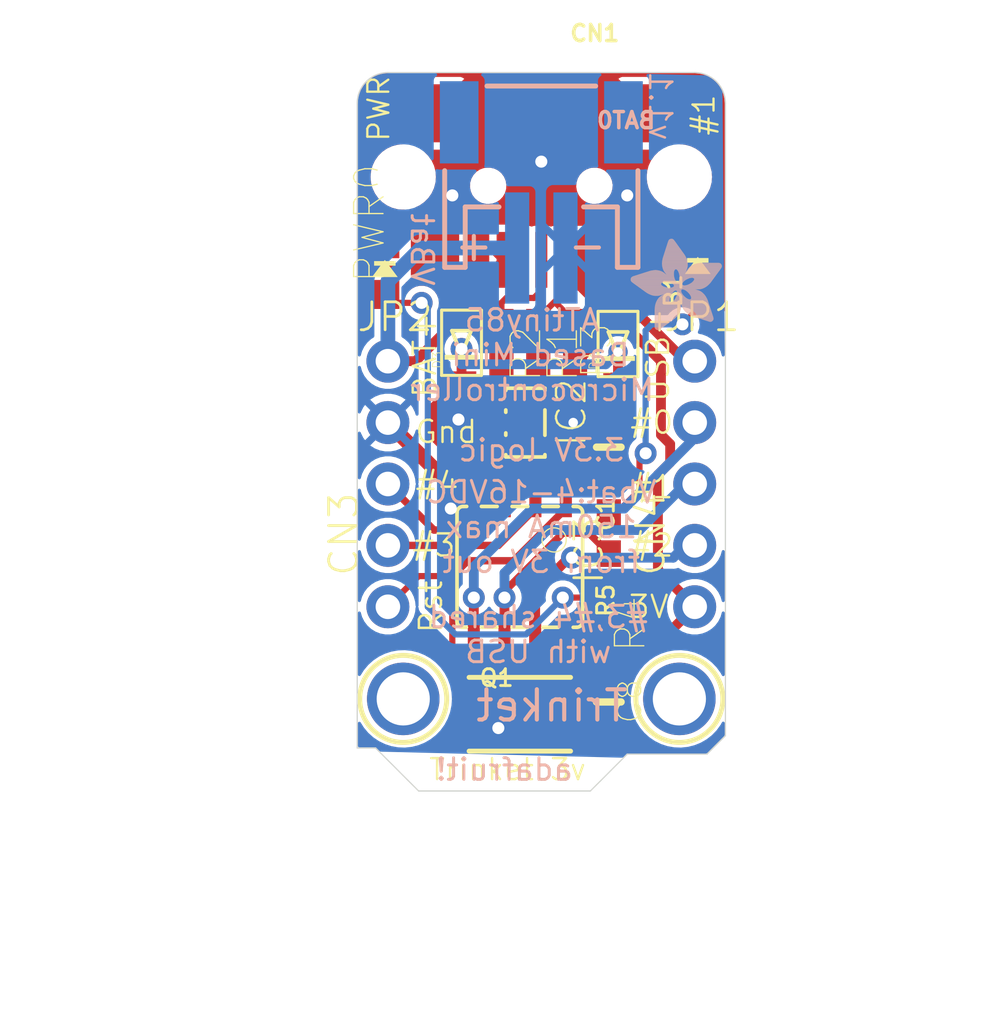
<source format=kicad_pcb>
(kicad_pcb (version 20221018) (generator pcbnew)
  (layers (0 "F.Cu" signal) (1 "In1.Cu" signal) (2 "In2.Cu" signal) (3 "In3.Cu" signal) (4 "In4.Cu" signal) (5 "In5.Cu" signal) (6 "In6.Cu" signal) (7 "In7.Cu" signal) (8 "In8.Cu" signal) (9 "In9.Cu" signal) (10 "In10.Cu" signal) (11 "In11.Cu" signal) (12 "In12.Cu" signal) (13 "In13.Cu" signal) (14 "In14.Cu" signal) (31 "B.Cu" signal) (34 "B.Paste" user) (35 "F.Paste" user) (36 "B.SilkS" user "B.Silkscreen") (37 "F.SilkS" user "F.Silkscreen") (38 "B.Mask" user) (39 "F.Mask" user) (44 "Edge.Cuts" user))
  (net 0 "")
  (net 1 "GND")
  (net 2 "+3V3")
  (net 3 "D+")
  (net 4 "D-")
  (net 5 "VBUS")
  (net 6 "B0")
  (net 7 "B2")
  (net 8 "B1")
  (net 9 "N$6")
  (net 10 "VBAT")
  (net 11 "N$7")
  (net 12 "RESET")
  (net 13 "B3")
  (net 14 "B4")
  (net 15 "N$1")
  (footprint "working:SOD-123FL" (layer "F.Cu") (at 145.1991 101.3206 90)
    (fp_text reference "D3" (at -1.1 -1 90) (layer "F.SilkS") (effects (font (size 0.376489 0.376489) (thickness 0.029911)) (justify left)))
    (fp_text value "SCHOTTKY")
    (pad "A" smd rect (at 1.6375 0 90) (size 0.91 1.22) (layers "F.Cu" "F.Paste" "F.Mask") (net 10 "VBAT"))
    (pad "C" smd rect (at -1.6375 0 90) (size 0.91 1.22) (layers "F.Cu" "F.Paste" "F.Mask") (net 11 "N$7"))
  )
  (footprint "working:BTN_KMR2_4.6X2.8" (layer "F.Cu") (at 147.6121 116.6876)
    (fp_text reference "Q1" (at -1.732 -1.503) (layer "F.SilkS") (effects (font (size 0.692831 0.692831) (thickness 0.119969)) (justify left)))
    (fp_text value "reset")
    (pad "A" smd rect (at 2.05 -0.8) (size 0.9 1) (layers "F.Cu" "F.Paste" "F.Mask") (net 12 "RESET"))
    (pad "A'" smd rect (at -2.05 -0.8) (size 0.9 1) (layers "F.Cu" "F.Paste" "F.Mask") (net 12 "RESET"))
    (pad "B" smd rect (at 2.05 0.8) (size 0.9 1) (layers "F.Cu" "F.Paste" "F.Mask") (net 1 "GND"))
    (pad "B'" smd rect (at -2.05 0.8) (size 0.9 1) (layers "F.Cu" "F.Paste" "F.Mask") (net 1 "GND"))
  )
  (footprint "working:SOIC8" (layer "F.Cu") (at 147.6121 110.5916 180)
    (fp_text reference "IC3" (at -2.8575 2.159 90) (layer "F.SilkS") (effects (font (size 1.1557 1.1557) (thickness 0.1143)) (justify right)))
    (fp_text value "ATTINY85-20S")
    (pad "1" smd rect (at -1.905 3.154 180) (size 0.5 2.2) (layers "F.Cu" "F.Paste" "F.Mask") (net 12 "RESET"))
    (pad "2" smd rect (at -0.645 3.154 180) (size 0.5 2.2) (layers "F.Cu" "F.Paste" "F.Mask") (net 13 "B3"))
    (pad "3" smd rect (at 0.625 3.154 180) (size 0.5 2.2) (layers "F.Cu" "F.Paste" "F.Mask") (net 14 "B4"))
    (pad "4" smd rect (at 1.895 3.154 180) (size 0.5 2.2) (layers "F.Cu" "F.Paste" "F.Mask") (net 1 "GND"))
    (pad "5" smd rect (at 1.905 -3.154 180) (size 0.5 2.2) (layers "F.Cu" "F.Paste" "F.Mask") (net 6 "B0"))
    (pad "6" smd rect (at 0.635 -3.154 180) (size 0.5 2.2) (layers "F.Cu" "F.Paste" "F.Mask") (net 8 "B1"))
    (pad "7" smd rect (at -0.635 -3.154 180) (size 0.5 2.2) (layers "F.Cu" "F.Paste" "F.Mask") (net 7 "B2"))
    (pad "8" smd rect (at -1.905 -3.154 180) (size 0.5 2.2) (layers "F.Cu" "F.Paste" "F.Mask") (net 2 "+3V3"))
  )
  (footprint "working:FIDUCIAL_1MM" (layer "F.Cu") (at 148.5011 91.1606)
    (fp_text reference "U$1" hide)
    (fp_text value "FIDUCIAL" hide)
    (pad "1" smd roundrect (at 0 0) (size 1 1) (layers "F.Cu") (roundrect_rratio 0.5))
    (zone (net 0) (net_name "") (layer "F.Cu") (connect_pads (clearance 0)) (min_thickness 0.25)
      (keepout (tracks not_allowed) (vias not_allowed) (pads not_allowed) (copperpour not_allowed) (footprints allowed))
      (fill (thermal_gap 0.5) (thermal_bridge_width 0.5))
      (polygon (pts (xy 147.5011 91.1606) (xy 147.520315 91.35569) (xy 147.57722 91.543283) (xy 147.66963 91.71617) (xy 147.793993 91.867707) (xy 147.94553 91.99207) (xy 148.118417 92.08448) (xy 148.5011 92.1606) (xy 148.69619 92.141385) (xy 148.883783 92.08448) (xy 149.05667 91.99207) (xy 149.208207 91.867707) (xy 149.33257 91.71617) (xy 149.42498 91.543283) (xy 149.5011 91.1606) (xy 149.481885 90.96551) (xy 149.42498 90.777917) (xy 149.33257 90.60503) (xy 149.208207 90.453493) (xy 149.05667 90.32913) (xy 148.883783 90.23672) (xy 148.5011 90.1606) (xy 148.30601 90.179815) (xy 148.118417 90.23672) (xy 147.94553 90.32913) (xy 147.793993 90.453493) (xy 147.66963 90.60503) (xy 147.57722 90.777917)))
    )
  )
  (footprint "working:CHIPLED_0805_NOOUTLINE" (layer "F.Cu") (at 142.0241 98.2726)
    (fp_text reference "PWR0" (at -0.635 0.635 90) (layer "F.SilkS") (effects (font (size 1.21668 1.21668) (thickness 0.05332)) (justify left)))
    (fp_text value "green")
    (pad "A" smd rect (at 0 1.05) (size 1.2 1.2) (layers "F.Cu" "F.Paste" "F.Mask") (net 9 "N$6"))
    (pad "C" smd rect (at 0 -1.05) (size 1.2 1.2) (layers "F.Cu" "F.Paste" "F.Mask") (net 1 "GND"))
  )
  (footprint "working:0603-NO" (layer "F.Cu") (at 146.8501 101.3206 -90)
    (fp_text reference "R2" (at -0.762 -1.016 90) (layer "F.SilkS") (effects (font (size 1.21668 1.21668) (thickness 0.05332)) (justify right)))
    (fp_text value "68 (0603)")
    (pad "1" smd rect (at -0.85 0 270) (size 1.1 1) (layers "F.Cu" "F.Paste" "F.Mask") (net 3 "D+"))
    (pad "2" smd rect (at 0.85 0 270) (size 1.1 1) (layers "F.Cu" "F.Paste" "F.Mask") (net 14 "B4"))
  )
  (footprint "working:0603-NO" (layer "F.Cu") (at 151.2951 109.1946 -90)
    (fp_text reference "R5" (at 2.032 0.127 90) (layer "F.SilkS") (effects (font (size 0.692831 0.692831) (thickness 0.119969)) (justify right)))
    (fp_text value "470 (0603)")
    (pad "1" smd rect (at -0.85 0 270) (size 1.1 1) (layers "F.Cu" "F.Paste" "F.Mask") (net 15 "N$1"))
    (pad "2" smd rect (at 0.85 0 270) (size 1.1 1) (layers "F.Cu" "F.Paste" "F.Mask") (net 8 "B1"))
  )
  (footprint "working:0603-NO" (layer "F.Cu") (at 149.8981 101.3206 -90)
    (fp_text reference "R3" (at -0.889 -0.889 90) (layer "F.SilkS") (effects (font (size 1.21668 1.21668) (thickness 0.05332)) (justify right)))
    (fp_text value "1.5K (0603)")
    (pad "1" smd rect (at -0.85 0 270) (size 1.1 1) (layers "F.Cu" "F.Paste" "F.Mask") (net 4 "D-"))
    (pad "2" smd rect (at 0.85 0 270) (size 1.1 1) (layers "F.Cu" "F.Paste" "F.Mask") (net 2 "+3V3"))
  )
  (footprint "working:1X04-CLEANBIG" (layer "F.Cu") (at 154.8511 108.4326 90)
    (fp_text reference "CN4" (at -2.6162 -1.8288 90) (layer "F.SilkS") (effects (font (size 1.1557 1.1557) (thickness 0.1143)) (justify left)))
    (fp_text value "1X4-CLEANBIG" hide)
    (pad "1" thru_hole circle (at -3.81 0 180) (size 1.778 1.778) (drill 1.016) (layers "*.Cu" "*.Mask") (net 2 "+3V3"))
    (pad "2" thru_hole circle (at -1.27 0 180) (size 1.778 1.778) (drill 1.016) (layers "*.Cu" "*.Mask") (net 7 "B2"))
    (pad "3" thru_hole circle (at 1.27 0 180) (size 1.778 1.778) (drill 1.016) (layers "*.Cu" "*.Mask") (net 8 "B1"))
    (pad "4" thru_hole circle (at 3.81 0 180) (size 1.778 1.778) (drill 1.016) (layers "*.Cu" "*.Mask") (net 6 "B0"))
  )
  (footprint "working:MOUNTINGHOLE_2.0_PLATED" (layer "F.Cu") (at 154.2161 116.0526)
    (fp_text reference "U$9" hide)
    (fp_text value "MOUNTINGHOLE2.0" hide)
    (pad "P$1" thru_hole circle (at 0 0) (size 3 3) (drill 2.2) (layers "*.Cu" "*.Mask"))
    (zone (net 0) (net_name "") (layer "F.Cu") (connect_pads (clearance 0)) (min_thickness 0.25)
      (keepout (tracks not_allowed) (vias not_allowed) (pads not_allowed) (copperpour not_allowed) (footprints allowed))
      (fill (thermal_gap 0.5) (thermal_bridge_width 0.5))
      (polygon (pts (xy 156.2321 116.0526) (xy 156.21248 115.772027) (xy 156.154004 115.496915) (xy 156.057808 115.232619) (xy 155.925765 114.984283) (xy 155.760446 114.75674) (xy 155.565067 114.55442) (xy 155.343433 114.38126) (xy 155.099856 114.240631) (xy 154.839078 114.13527) (xy 154.566175 114.067228) (xy 154.286457 114.037828) (xy 154.005371 114.047644) (xy 153.728385 114.096484) (xy 153.460893 114.183397) (xy 153.2081 114.306693) (xy 152.974926 114.46397) (xy 152.765911 114.652169) (xy 152.585122 114.867625) (xy 152.436078 115.106145) (xy 152.32168 115.363087) (xy 152.244154 115.63345) (xy 152.205011 115.911971) (xy 152.205011 116.193229) (xy 152.244154 116.47175) (xy 152.32168 116.742113) (xy 152.436078 116.999055) (xy 152.585122 117.237575) (xy 152.765911 117.453031) (xy 152.974926 117.64123) (xy 153.2081 117.798507) (xy 153.460893 117.921803) (xy 153.728385 118.008716) (xy 154.005371 118.057556) (xy 154.286457 118.067372) (xy 154.566175 118.037972) (xy 154.839078 117.96993) (xy 155.099856 117.864569) (xy 155.343433 117.72394) (xy 155.565067 117.55078) (xy 155.760446 117.34846) (xy 155.925765 117.120917) (xy 156.057808 116.872581) (xy 156.154004 116.608285) (xy 156.21248 116.333173)))
      (polygon (pts (xy 154.2001 116.0526) (xy 154.204786 116.063914) (xy 154.2161 116.0686) (xy 154.227414 116.063914) (xy 154.2321 116.0526) (xy 154.227414 116.041286) (xy 154.2161 116.0366) (xy 154.204786 116.041286)))
    )
    (zone (net 0) (net_name "") (layer "B.Cu") (connect_pads (clearance 0)) (min_thickness 0.25)
      (keepout (tracks not_allowed) (vias not_allowed) (pads not_allowed) (copperpour not_allowed) (footprints allowed))
      (fill (thermal_gap 0.5) (thermal_bridge_width 0.5))
      (polygon (pts (xy 156.2321 116.0526) (xy 156.21248 115.772027) (xy 156.154004 115.496915) (xy 156.057808 115.232619) (xy 155.925765 114.984283) (xy 155.760446 114.75674) (xy 155.565067 114.55442) (xy 155.343433 114.38126) (xy 155.099856 114.240631) (xy 154.839078 114.13527) (xy 154.566175 114.067228) (xy 154.286457 114.037828) (xy 154.005371 114.047644) (xy 153.728385 114.096484) (xy 153.460893 114.183397) (xy 153.2081 114.306693) (xy 152.974926 114.46397) (xy 152.765911 114.652169) (xy 152.585122 114.867625) (xy 152.436078 115.106145) (xy 152.32168 115.363087) (xy 152.244154 115.63345) (xy 152.205011 115.911971) (xy 152.205011 116.193229) (xy 152.244154 116.47175) (xy 152.32168 116.742113) (xy 152.436078 116.999055) (xy 152.585122 117.237575) (xy 152.765911 117.453031) (xy 152.974926 117.64123) (xy 153.2081 117.798507) (xy 153.460893 117.921803) (xy 153.728385 118.008716) (xy 154.005371 118.057556) (xy 154.286457 118.067372) (xy 154.566175 118.037972) (xy 154.839078 117.96993) (xy 155.099856 117.864569) (xy 155.343433 117.72394) (xy 155.565067 117.55078) (xy 155.760446 117.34846) (xy 155.925765 117.120917) (xy 156.057808 116.872581) (xy 156.154004 116.608285) (xy 156.21248 116.333173)))
      (polygon (pts (xy 154.2001 116.0526) (xy 154.204786 116.063914) (xy 154.2161 116.0686) (xy 154.227414 116.063914) (xy 154.2321 116.0526) (xy 154.227414 116.041286) (xy 154.2161 116.0366) (xy 154.204786 116.041286)))
    )
  )
  (footprint "working:0603-NO" (layer "F.Cu") (at 148.3741 101.3206 -90)
    (fp_text reference "R1" (at -0.762 -1.016 90) (layer "F.SilkS") (effects (font (size 1.21668 1.21668) (thickness 0.05332)) (justify right)))
    (fp_text value "68 (0603)")
    (pad "1" smd rect (at -0.85 0 270) (size 1.1 1) (layers "F.Cu" "F.Paste" "F.Mask") (net 4 "D-"))
    (pad "2" smd rect (at 0.85 0 270) (size 1.1 1) (layers "F.Cu" "F.Paste" "F.Mask") (net 13 "B3"))
  )
  (footprint "working:CHIPLED_0805_NOOUTLINE" (layer "F.Cu") (at 154.9781 98.1456)
    (fp_text reference "B1" (at -1.016 1.778 90) (layer "F.SilkS") (effects (font (size 0.692831 0.692831) (thickness 0.119969)) (justify left)))
    (fp_text value "red")
    (pad "A" smd rect (at 0 1.05) (size 1.2 1.2) (layers "F.Cu" "F.Paste" "F.Mask") (net 15 "N$1"))
    (pad "C" smd rect (at 0 -1.05) (size 1.2 1.2) (layers "F.Cu" "F.Paste" "F.Mask") (net 1 "GND"))
  )
  (footprint "working:0805-NO" (layer "F.Cu") (at 151.2951 105.6386 -90)
    (fp_text reference "C1" (at 2.032 0.127 90) (layer "F.SilkS") (effects (font (size 0.692831 0.692831) (thickness 0.119969)) (justify right)))
    (fp_text value "10uF")
    (pad "1" smd rect (at -0.95 0 270) (size 1.3 1.5) (layers "F.Cu" "F.Paste" "F.Mask") (net 11 "N$7"))
    (pad "2" smd rect (at 0.95 0 270) (size 1.3 1.5) (layers "F.Cu" "F.Paste" "F.Mask") (net 1 "GND"))
  )
  (footprint "working:1X01-CLEANBIG" (layer "F.Cu") (at 142.1511 102.0826)
    (fp_text reference "JP2" (at -1.3462 -1.8288) (layer "F.SilkS") (effects (font (size 1.1557 1.1557) (thickness 0.1143)) (justify left)))
    (fp_text value "")
    (pad "1" thru_hole circle (at 0 0) (size 1.778 1.778) (drill 1.016) (layers "*.Cu" "*.Mask") (net 10 "VBAT"))
  )
  (footprint "working:USB-MINIB" (layer "F.Cu") (at 148.5011 93.8276 180)
    (fp_text reference "CN1" (at -3.31 5.699 180) (layer "F.SilkS") (effects (font (size 0.666496 0.666496) (thickness 0.146304)) (justify right top)))
    (fp_text value "")
    (pad "" np_thru_hole circle (at -2.2 -1 180) (size 1 1) (drill 1) (layers "*.Cu" "*.Mask"))
    (pad "" np_thru_hole circle (at 2.2 -1 180) (size 1 1) (drill 1) (layers "*.Cu" "*.Mask"))
    (pad "D+" smd rect (at 0 -4.064) (size 0.5 2.308) (layers "F.Cu" "F.Paste" "F.Mask") (net 3 "D+"))
    (pad "D-" smd rect (at -0.8 -4.064) (size 0.5 2.308) (layers "F.Cu" "F.Paste" "F.Mask") (net 4 "D-"))
    (pad "GND" smd rect (at 1.6 -4.064) (size 0.5 2.308) (layers "F.Cu" "F.Paste" "F.Mask") (net 1 "GND"))
    (pad "GND1" smd rect (at -4.4 2 180) (size 2 2.4) (layers "F.Cu" "F.Paste" "F.Mask") (net 1 "GND"))
    (pad "GND2" smd rect (at -4.4 -3.5 180) (size 2 2.4) (layers "F.Cu" "F.Paste" "F.Mask") (net 1 "GND"))
    (pad "GND3" smd rect (at 4.4 -3.5 180) (size 2 2.4) (layers "F.Cu" "F.Paste" "F.Mask") (net 1 "GND"))
    (pad "GND4" smd rect (at 4.4 2 180) (size 2 2.4) (layers "F.Cu" "F.Paste" "F.Mask") (net 1 "GND"))
    (pad "ID" smd rect (at 0.8 -4.064) (size 0.5 2.308) (layers "F.Cu" "F.Paste" "F.Mask"))
    (pad "VBUS" smd rect (at -1.6 -4.064) (size 0.5 2.308) (layers "F.Cu" "F.Paste" "F.Mask") (net 5 "VBUS"))
  )
  (footprint "" (layer "F.Cu") (at 142.7861 94.4626)
    (fp_text reference "@HOLE0" hide)
    (fp_text value "" (at 0 0) (layer "F.SilkS") (effects (font (size 1.27 1.27))))
    (pad "" np_thru_hole circle (at 0 0) (size 2.2 2.2) (drill 2.2) (layers "*.Cu" "*.Mask"))
  )
  (footprint "working:SOT23-5L" (layer "F.Cu") (at 147.8407 104.6226 -90)
    (fp_text reference "IC2" (at -1.905 -1.905 90) (layer "F.SilkS") (effects (font (size 1.176528 1.176528) (thickness 0.093472)) (justify right)))
    (fp_text value "MIC5225-3.3v")
    (pad "1" smd rect (at -0.95 1.3 270) (size 0.55 1.2) (layers "F.Cu" "F.Paste" "F.Mask") (net 11 "N$7"))
    (pad "2" smd rect (at 0 1.3 270) (size 0.55 1.2) (layers "F.Cu" "F.Paste" "F.Mask") (net 1 "GND"))
    (pad "3" smd rect (at 0.95 1.3 270) (size 0.55 1.2) (layers "F.Cu" "F.Paste" "F.Mask") (net 11 "N$7"))
    (pad "4" smd rect (at 0.95 -1.3 270) (size 0.55 1.2) (layers "F.Cu" "F.Paste" "F.Mask"))
    (pad "5" smd rect (at -0.95 -1.3 270) (size 0.55 1.2) (layers "F.Cu" "F.Paste" "F.Mask") (net 2 "+3V3"))
  )
  (footprint "working:1X04-CLEANBIG" (layer "F.Cu") (at 142.1511 108.4326 90)
    (fp_text reference "CN3" (at -2.6162 -1.8288 90) (layer "F.SilkS") (effects (font (size 1.1557 1.1557) (thickness 0.1143)) (justify left)))
    (fp_text value "1X4-CLEANBIG" hide)
    (pad "1" thru_hole circle (at -3.81 0 180) (size 1.778 1.778) (drill 1.016) (layers "*.Cu" "*.Mask") (net 12 "RESET"))
    (pad "2" thru_hole circle (at -1.27 0 180) (size 1.778 1.778) (drill 1.016) (layers "*.Cu" "*.Mask") (net 13 "B3"))
    (pad "3" thru_hole circle (at 1.27 0 180) (size 1.778 1.778) (drill 1.016) (layers "*.Cu" "*.Mask") (net 14 "B4"))
    (pad "4" thru_hole circle (at 3.81 0 180) (size 1.778 1.778) (drill 1.016) (layers "*.Cu" "*.Mask") (net 1 "GND"))
  )
  (footprint "working:MOUNTINGHOLE_2.0_PLATED" (layer "F.Cu") (at 142.7861 116.0526)
    (fp_text reference "U$8" hide)
    (fp_text value "MOUNTINGHOLE2.0" hide)
    (pad "P$1" thru_hole circle (at 0 0) (size 3 3) (drill 2.2) (layers "*.Cu" "*.Mask"))
    (zone (net 0) (net_name "") (layer "F.Cu") (connect_pads (clearance 0)) (min_thickness 0.25)
      (keepout (tracks not_allowed) (vias not_allowed) (pads not_allowed) (copperpour not_allowed) (footprints allowed))
      (fill (thermal_gap 0.5) (thermal_bridge_width 0.5))
      (polygon (pts (xy 144.8021 116.0526) (xy 144.78248 115.772027) (xy 144.724004 115.496915) (xy 144.627808 115.232619) (xy 144.495765 114.984283) (xy 144.330446 114.75674) (xy 144.135067 114.55442) (xy 143.913433 114.38126) (xy 143.669856 114.240631) (xy 143.409078 114.13527) (xy 143.136175 114.067228) (xy 142.856457 114.037828) (xy 142.575371 114.047644) (xy 142.298385 114.096484) (xy 142.030893 114.183397) (xy 141.7781 114.306693) (xy 141.544926 114.46397) (xy 141.335911 114.652169) (xy 141.155122 114.867625) (xy 141.006078 115.106145) (xy 140.89168 115.363087) (xy 140.814154 115.63345) (xy 140.775011 115.911971) (xy 140.775011 116.193229) (xy 140.814154 116.47175) (xy 140.89168 116.742113) (xy 141.006078 116.999055) (xy 141.155122 117.237575) (xy 141.335911 117.453031) (xy 141.544926 117.64123) (xy 141.7781 117.798507) (xy 142.030893 117.921803) (xy 142.298385 118.008716) (xy 142.575371 118.057556) (xy 142.856457 118.067372) (xy 143.136175 118.037972) (xy 143.409078 117.96993) (xy 143.669856 117.864569) (xy 143.913433 117.72394) (xy 144.135067 117.55078) (xy 144.330446 117.34846) (xy 144.495765 117.120917) (xy 144.627808 116.872581) (xy 144.724004 116.608285) (xy 144.78248 116.333173)))
      (polygon (pts (xy 142.7701 116.0526) (xy 142.774786 116.063914) (xy 142.7861 116.0686) (xy 142.797414 116.063914) (xy 142.8021 116.0526) (xy 142.797414 116.041286) (xy 142.7861 116.0366) (xy 142.774786 116.041286)))
    )
    (zone (net 0) (net_name "") (layer "B.Cu") (connect_pads (clearance 0)) (min_thickness 0.25)
      (keepout (tracks not_allowed) (vias not_allowed) (pads not_allowed) (copperpour not_allowed) (footprints allowed))
      (fill (thermal_gap 0.5) (thermal_bridge_width 0.5))
      (polygon (pts (xy 144.8021 116.0526) (xy 144.78248 115.772027) (xy 144.724004 115.496915) (xy 144.627808 115.232619) (xy 144.495765 114.984283) (xy 144.330446 114.75674) (xy 144.135067 114.55442) (xy 143.913433 114.38126) (xy 143.669856 114.240631) (xy 143.409078 114.13527) (xy 143.136175 114.067228) (xy 142.856457 114.037828) (xy 142.575371 114.047644) (xy 142.298385 114.096484) (xy 142.030893 114.183397) (xy 141.7781 114.306693) (xy 141.544926 114.46397) (xy 141.335911 114.652169) (xy 141.155122 114.867625) (xy 141.006078 115.106145) (xy 140.89168 115.363087) (xy 140.814154 115.63345) (xy 140.775011 115.911971) (xy 140.775011 116.193229) (xy 140.814154 116.47175) (xy 140.89168 116.742113) (xy 141.006078 116.999055) (xy 141.155122 117.237575) (xy 141.335911 117.453031) (xy 141.544926 117.64123) (xy 141.7781 117.798507) (xy 142.030893 117.921803) (xy 142.298385 118.008716) (xy 142.575371 118.057556) (xy 142.856457 118.067372) (xy 143.136175 118.037972) (xy 143.409078 117.96993) (xy 143.669856 117.864569) (xy 143.913433 117.72394) (xy 144.135067 117.55078) (xy 144.330446 117.34846) (xy 144.495765 117.120917) (xy 144.627808 116.872581) (xy 144.724004 116.608285) (xy 144.78248 116.333173)))
      (polygon (pts (xy 142.7701 116.0526) (xy 142.774786 116.063914) (xy 142.7861 116.0686) (xy 142.797414 116.063914) (xy 142.8021 116.0526) (xy 142.797414 116.041286) (xy 142.7861 116.0366) (xy 142.774786 116.041286)))
    )
  )
  (footprint "working:FIDUCIAL_1MM" (layer "F.Cu") (at 148.0566 116.4336)
    (fp_text reference "U$6" hide)
    (fp_text value "FIDUCIAL" hide)
    (pad "1" smd roundrect (at 0 0) (size 1 1) (layers "F.Cu") (roundrect_rratio 0.5))
    (zone (net 0) (net_name "") (layer "F.Cu") (connect_pads (clearance 0)) (min_thickness 0.25)
      (keepout (tracks not_allowed) (vias not_allowed) (pads not_allowed) (copperpour not_allowed) (footprints allowed))
      (fill (thermal_gap 0.5) (thermal_bridge_width 0.5))
      (polygon (pts (xy 147.0566 116.4336) (xy 147.075815 116.62869) (xy 147.13272 116.816283) (xy 147.22513 116.98917) (xy 147.349493 117.140707) (xy 147.50103 117.26507) (xy 147.673917 117.35748) (xy 148.0566 117.4336) (xy 148.25169 117.414385) (xy 148.439283 117.35748) (xy 148.61217 117.26507) (xy 148.763707 117.140707) (xy 148.88807 116.98917) (xy 148.98048 116.816283) (xy 149.0566 116.4336) (xy 149.037385 116.23851) (xy 148.98048 116.050917) (xy 148.88807 115.87803) (xy 148.763707 115.726493) (xy 148.61217 115.60213) (xy 148.439283 115.50972) (xy 148.0566 115.4336) (xy 147.86151 115.452815) (xy 147.673917 115.50972) (xy 147.50103 115.60213) (xy 147.349493 115.726493) (xy 147.22513 115.87803) (xy 147.13272 116.050917)))
    )
  )
  (footprint "" (layer "F.Cu") (at 154.2161 94.4626)
    (fp_text reference "@HOLE1" hide)
    (fp_text value "" (at 0 0) (layer "F.SilkS") (effects (font (size 1.27 1.27))))
    (pad "" np_thru_hole circle (at 0 0) (size 2.2 2.2) (drill 2.2) (layers "*.Cu" "*.Mask"))
  )
  (footprint "working:0805-NO" (layer "F.Cu") (at 151.2951 116.1796 -90)
    (fp_text reference "C8" (at -1 -0.875 90) (layer "F.SilkS") (effects (font (size 0.96268 0.96268) (thickness 0.05332)) (justify right)))
    (fp_text value "10uF")
    (pad "1" smd rect (at -0.95 0 270) (size 1.3 1.5) (layers "F.Cu" "F.Paste" "F.Mask") (net 2 "+3V3"))
    (pad "2" smd rect (at 0.95 0 270) (size 1.3 1.5) (layers "F.Cu" "F.Paste" "F.Mask") (net 1 "GND"))
  )
  (footprint "working:1X01-CLEANBIG" (layer "F.Cu") (at 154.8511 102.0826)
    (fp_text reference "JP1" (at -1.3462 -1.8288) (layer "F.SilkS") (effects (font (size 1.1557 1.1557) (thickness 0.1143)) (justify left)))
    (fp_text value "")
    (pad "1" thru_hole circle (at 0 0) (size 1.778 1.778) (drill 1.016) (layers "*.Cu" "*.Mask") (net 5 "VBUS"))
  )
  (footprint "working:SOD-123FL" (layer "F.Cu") (at 151.6761 101.3714 90)
    (fp_text reference "D2" (at -1.1 -1 90) (layer "F.SilkS") (effects (font (size 0.376489 0.376489) (thickness 0.029911)) (justify left)))
    (fp_text value "SCHOTTKY")
    (pad "A" smd rect (at 1.6375 0 90) (size 0.91 1.22) (layers "F.Cu" "F.Paste" "F.Mask") (net 5 "VBUS"))
    (pad "C" smd rect (at -1.6375 0 90) (size 0.91 1.22) (layers "F.Cu" "F.Paste" "F.Mask") (net 11 "N$7"))
  )
  (footprint "working:0603-NO" (layer "F.Cu") (at 151.2951 112.6236 -90)
    (fp_text reference "R4" (at -0.889 -0.889 90) (layer "F.SilkS") (effects (font (size 1.21668 1.21668) (thickness 0.05332)) (justify right)))
    (fp_text value "470 (0603)")
    (pad "1" smd rect (at -0.85 0 270) (size 1.1 1) (layers "F.Cu" "F.Paste" "F.Mask") (net 9 "N$6"))
    (pad "2" smd rect (at 0.85 0 270) (size 1.1 1) (layers "F.Cu" "F.Paste" "F.Mask") (net 2 "+3V3"))
  )
  (footprint "working:ADAFRUIT_3.5MM" (layer "B.Cu") (at 155.9941 100.8126 180)
    (fp_text reference "U$5" hide)
    (fp_text value "" hide)
  )
  (footprint "working:JSTPH2" (layer "B.Cu") (at 148.5011 93.7006 180)
    (fp_text reference "BAT0" (at -2.2225 1.9685) (layer "B.SilkS") (effects (font (size 0.666496 0.666496) (thickness 0.146304)) (justify right top mirror)))
    (fp_text value "")
    (pad "1" smd rect (at -1 -3.7 180) (size 1 4.6) (layers "B.Cu" "B.Paste" "B.Mask") (net 1 "GND"))
    (pad "2" smd rect (at 1 -3.7 180) (size 1 4.6) (layers "B.Cu" "B.Paste" "B.Mask") (net 10 "VBAT"))
    (pad "NC1" smd rect (at -3.4 1.5 90) (size 3.4 1.6) (layers "B.Cu" "B.Paste" "B.Mask"))
    (pad "NC2" smd rect (at 3.4 1.5 90) (size 3.4 1.6) (layers "B.Cu" "B.Paste" "B.Mask"))
  )
  (gr_line (start 155.3591 118.3386) (end 152.0571 118.3386) (stroke (width 0.05)) (layer "Edge.Cuts"))
  (gr_line (start 142.1511 90.1446) (end 154.8511 90.1446) (stroke (width 0.05)) (layer "Edge.Cuts"))
  (gr_line (start 150.5331 119.8626) (end 143.4211 119.8626) (stroke (width 0.05)) (layer "Edge.Cuts"))
  (gr_line (start 143.4211 119.8626) (end 141.6431 118.0846) (stroke (width 0.05)) (layer "Edge.Cuts"))
  (gr_arc (start 140.8811 91.4146) (mid 141.253074 90.516574) (end 142.1511 90.1446) (stroke (width 0.05)) (layer "Edge.Cuts"))
  (gr_line (start 156.1211 91.4146) (end 156.1211 117.5766) (stroke (width 0.05)) (layer "Edge.Cuts"))
  (gr_line (start 152.0571 118.3386) (end 150.5331 119.8626) (stroke (width 0.05)) (layer "Edge.Cuts"))
  (gr_line (start 140.8811 118.0846) (end 140.8811 91.4146) (stroke (width 0.05)) (layer "Edge.Cuts"))
  (gr_line (start 141.6431 118.0846) (end 140.8811 118.0846) (stroke (width 0.05)) (layer "Edge.Cuts"))
  (gr_line (start 156.1211 117.5766) (end 155.3591 118.3386) (stroke (width 0.05)) (layer "Edge.Cuts"))
  (gr_arc (start 154.8511 90.1446) (mid 155.749126 90.516574) (end 156.1211 91.4146) (stroke (width 0.05)) (layer "Edge.Cuts"))
  (gr_text "-" (at 151.2951 98.0186) (layer "B.SilkS") (effects (font (size 1.251712 1.251712) (thickness 0.170688)) (justify left bottom mirror)))
  (gr_text "+" (at 146.5961 98.0186) (layer "B.SilkS") (effects (font (size 1.251712 1.251712) (thickness 0.170688)) (justify left bottom mirror)))
  (gr_text "ATtiny85\nBased Mini \nMicrocontroller" (at 148.1201 101.8286) (layer "B.SilkS") (effects (font (size 0.89408 0.89408) (thickness 0.12192)) (justify mirror)))
  (gr_text "#3,#4 shared\nwith USB" (at 148.3741 113.3856) (layer "B.SilkS") (effects (font (size 0.89408 0.89408) (thickness 0.12192)) (justify mirror)))
  (gr_text "v1.1" (at 153.9621 90.0176 -90) (layer "B.SilkS") (effects (font (size 0.9144 0.9144) (thickness 0.1016)) (justify right top mirror)))
  (gr_text "3.3V logic" (at 148.5011 105.7656) (layer "B.SilkS") (effects (font (size 0.89408 0.89408) (thickness 0.12192)) (justify mirror)))
  (gr_text "Vbat:4-16VDC\n150mA max\nfrom 3V out" (at 148.5011 108.9406) (layer "B.SilkS") (effects (font (size 0.89408 0.89408) (thickness 0.12192)) (justify mirror)))
  (gr_text "adafruit!" (at 146.9771 118.9736) (layer "B.SilkS") (effects (font (size 0.89408 0.89408) (thickness 0.12192)) (justify mirror)))
  (gr_text "VBat" (at 143.0401 99.0346 -90) (layer "B.SilkS") (effects (font (size 0.89408 0.89408) (thickness 0.12192)) (justify left bottom mirror)))
  (gr_text "Trinket" (at 152.1841 117.0686) (layer "B.SilkS") (effects (font (size 1.251712 1.251712) (thickness 0.170688)) (justify left bottom mirror)))
  (gr_text "#1" (at 155.7401 92.8116 90) (layer "F.SilkS") (effects (font (size 0.86868 0.86868) (thickness 0.09652)) (justify left bottom)))
  (gr_text "Rst" (at 143.9291 112.2426 90) (layer "F.SilkS") (effects (font (size 0.9144 0.9144) (thickness 0.1016))))
  (gr_text "Trinket 3v" (at 147.1041 118.9736) (layer "F.SilkS") (effects (font (size 0.86868 0.86868) (thickness 0.09652))))
  (gr_text "#4" (at 144.1831 107.1626) (layer "F.SilkS") (effects (font (size 0.9144 0.9144) (thickness 0.1016))))
  (gr_text "PWR" (at 142.2781 93.0656 90) (layer "F.SilkS") (effects (font (size 0.86868 0.86868) (thickness 0.09652)) (justify left bottom)))
  (gr_text "3V" (at 152.9461 112.2426) (layer "F.SilkS") (effects (font (size 0.9144 0.9144) (thickness 0.1016))))
  (gr_text "#0" (at 153.0731 104.6226) (layer "F.SilkS") (effects (font (size 0.9144 0.9144) (thickness 0.1016))))
  (gr_text "#3" (at 144.0561 109.7026) (layer "F.SilkS") (effects (font (size 0.9144 0.9144) (thickness 0.1016))))
  (gr_text "Gnd" (at 144.5641 105.0036) (layer "F.SilkS") (effects (font (size 0.9144 0.9144) (thickness 0.1016))))
  (gr_text "BAT+" (at 143.6751 101.8286 90) (layer "F.SilkS") (effects (font (size 0.9144 0.9144) (thickness 0.1016))))
  (gr_text "USB+" (at 153.3271 101.8286 90) (layer "F.SilkS") (effects (font (size 0.9144 0.9144) (thickness 0.1016))))
  (gr_text "#1" (at 153.0731 107.2896) (layer "F.SilkS") (effects (font (size 0.9144 0.9144) (thickness 0.1016))))
  (gr_text "#2" (at 153.0731 109.7026) (layer "F.SilkS") (effects (font (size 0.9144 0.9144) (thickness 0.1016))))
  (segment (start 149.8219 104.6226) (end 150.1521 104.9528) (width 0.254) (layer "F.Cu") (net 1))
  (segment (start 146.5407 104.6226) (end 145.1991 104.6226) (width 0.4064) (layer "F.Cu") (net 1))
  (segment (start 145.5621 117.4876) (end 146.7231 117.4876) (width 0.254) (layer "F.Cu") (net 1))
  (segment (start 145.7171 107.6806) (end 145.7171 108.0416) (width 0.4064) (layer "F.Cu") (net 1))
  (segment (start 150.9371 117.4876) (end 151.2951 117.1296) (width 0.4064) (layer "F.Cu") (net 1))
  (segment (start 145.1991 104.6226) (end 145.0721 104.4956) (width 0.4064) (layer "F.Cu") (net 1))
  (segment (start 150.8481 106.5886) (end 151.2951 106.5886) (width 0.254) (layer "F.Cu") (net 1))
  (segment (start 150.1521 105.8926) (end 150.8481 106.5886) (width 0.254) (layer "F.Cu") (net 1))
  (segment (start 149.5171 117.6401) (end 149.5171 117.6326) (width 0.254) (layer "F.Cu") (net 1))
  (segment (start 150.1521 104.9528) (end 150.1521 105.8926) (width 0.254) (layer "F.Cu") (net 1))
  (segment (start 145.5801 106.6546) (end 145.7171 106.7916) (width 0.3048) (layer "F.Cu") (net 1))
  (segment (start 149.5171 117.6326) (end 149.6621 117.4876) (width 0.254) (layer "F.Cu") (net 1))
  (segment (start 145.7171 106.7916) (end 145.7171 107.4376) (width 0.3048) (layer "F.Cu") (net 1))
  (segment (start 145.7171 108.0416) (end 144.8916 108.0416) (width 0.3048) (layer "F.Cu") (net 1))
  (segment (start 145.7171 107.4376) (end 145.7171 107.6806) (width 0.3048) (layer "F.Cu") (net 1))
  (segment (start 146.8756 117.6401) (end 149.5171 117.6401) (width 0.254) (layer "F.Cu") (net 1))
  (segment (start 144.1831 106.6546) (end 145.5801 106.6546) (width 0.6096) (layer "F.Cu") (net 1))
  (segment (start 144.8916 108.0416) (end 144.7546 108.1786) (width 0.3048) (layer "F.Cu") (net 1))
  (segment (start 149.6621 117.4876) (end 150.9371 117.4876) (width 0.4064) (layer "F.Cu") (net 1))
  (segment (start 146.7231 117.2591) (end 146.7231 117.4876) (width 0.254) (layer "F.Cu") (net 1))
  (segment (start 146.7231 117.4876) (end 146.8756 117.6401) (width 0.254) (layer "F.Cu") (net 1))
  (segment (start 142.1511 104.6226) (end 144.1831 106.6546) (width 0.6096) (layer "F.Cu") (net 1))
  (via (at 144.8181 95.2246) (size 0.9064) (drill 0.5) (layers "F.Cu" "B.Cu") (net 1))
  (via (at 144.7546 108.1786) (size 0.9064) (drill 0.5) (layers "F.Cu" "B.Cu") (net 1))
  (via (at 146.7231 117.2591) (size 0.9064) (drill 0.5) (layers "F.Cu" "B.Cu") (net 1))
  (via (at 145.0721 104.4956) (size 0.9064) (drill 0.5) (layers "F.Cu" "B.Cu") (net 1))
  (via (at 149.8219 104.6226) (size 0.8001) (drill 0.3937) (layers "F.Cu" "B.Cu") (net 1))
  (via (at 148.5011 93.8276) (size 0.9064) (drill 0.5) (layers "F.Cu" "B.Cu") (net 1))
  (via (at 152.0571 95.2246) (size 0.9064) (drill 0.5) (layers "F.Cu" "B.Cu") (net 1))
  (segment (start 153.6201 113.4736) (end 154.8511 112.2426) (width 0.4064) (layer "F.Cu") (net 2))
  (segment (start 151.2951 113.4736) (end 153.6201 113.4736) (width 0.4064) (layer "F.Cu") (net 2))
  (segment (start 153.3271 106.7816) (end 153.3271 110.7186) (width 0.4064) (layer "F.Cu") (net 2))
  (segment (start 149.1407 103.6726) (end 149.8981 103.6726) (width 0.4064) (layer "F.Cu") (net 2))
  (segment (start 149.5171 113.7456) (end 151.2501 113.7456) (width 0.4064) (layer "F.Cu") (net 2))
  (segment (start 153.3271 110.7186) (end 154.8511 112.2426) (width 0.4064) (layer "F.Cu") (net 2))
  (segment (start 151.2501 113.7456) (end 151.2501 115.1846) (width 0.4064) (layer "F.Cu") (net 2))
  (segment (start 152.0571 100.6856) (end 151.3831 100.6856) (width 0.4064) (layer "F.Cu") (net 2))
  (segment (start 151.2951 113.7006) (end 151.2951 113.4736) (width 0.254) (layer "F.Cu") (net 2))
  (segment (start 153.4541 102.0826) (end 152.0571 100.6856) (width 0.4064) (layer "F.Cu") (net 2))
  (segment (start 149.8981 103.6726) (end 149.8981 102.1706) (width 0.4064) (layer "F.Cu") (net 2))
  (segment (start 151.2501 115.1846) (end 151.2951 115.2296) (width 0.4064) (layer "F.Cu") (net 2))
  (segment (start 149.8981 102.1706) (end 151.3831 100.6856) (width 0.4064) (layer "F.Cu") (net 2))
  (segment (start 153.4541 105.1306) (end 153.8351 105.5116) (width 0.4064) (layer "F.Cu") (net 2))
  (segment (start 151.2501 113.7456) (end 151.2951 113.7006) (width 0.254) (layer "F.Cu") (net 2))
  (segment (start 153.8351 105.5116) (end 153.8351 106.2736) (width 0.4064) (layer "F.Cu") (net 2))
  (segment (start 153.8351 106.2736) (end 153.3271 106.7816) (width 0.4064) (layer "F.Cu") (net 2))
  (segment (start 153.4541 102.0826) (end 153.4541 105.1306) (width 0.4064) (layer "F.Cu") (net 2))
  (segment (start 147.0533 99.4664) (end 146.8501 99.6696) (width 0.254) (layer "F.Cu") (net 3))
  (segment (start 146.8501 99.6696) (end 146.8501 100.4706) (width 0.254) (layer "F.Cu") (net 3))
  (segment (start 148.5011 99.1616) (end 148.5011 97.8916) (width 0.254) (layer "F.Cu") (net 3))
  (segment (start 148.5011 99.1616) (end 148.1963 99.4664) (width 0.254) (layer "F.Cu") (net 3))
  (segment (start 148.1963 99.4664) (end 147.0533 99.4664) (width 0.254) (layer "F.Cu") (net 3))
  (segment (start 149.1361 99.7086) (end 149.1361 99.5426) (width 0.254) (layer "F.Cu") (net 4))
  (segment (start 149.1361 99.5426) (end 148.3741 100.3046) (width 0.254) (layer "F.Cu") (net 4))
  (segment (start 149.8981 100.4706) (end 149.1361 99.7086) (width 0.254) (layer "F.Cu") (net 4))
  (segment (start 148.3741 100.3046) (end 148.3741 100.4706) (width 0.254) (layer "F.Cu") (net 4))
  (segment (start 149.3011 99.3776) (end 149.1361 99.5426) (width 0.254) (layer "F.Cu") (net 4))
  (segment (start 149.3011 99.3776) (end 149.3011 97.8916) (width 0.254) (layer "F.Cu") (net 4))
  (segment (start 154.4701 102.0826) (end 152.1214 99.7339) (width 0.4064) (layer "F.Cu") (net 5))
  (segment (start 150.1011 98.9626) (end 150.8724 99.7339) (width 0.4064) (layer "F.Cu") (net 5))
  (segment (start 150.8724 99.7339) (end 151.6761 99.7339) (width 0.4064) (layer "F.Cu") (net 5))
  (segment (start 152.1214 99.7339) (end 151.6761 99.7339) (width 0.4064) (layer "F.Cu") (net 5))
  (segment (start 154.8511 102.0826) (end 154.4701 102.0826) (width 0.4064) (layer "F.Cu") (net 5))
  (segment (start 150.1011 98.9626) (end 150.1011 97.8916) (width 0.4064) (layer "F.Cu") (net 5))
  (segment (start 145.7071 113.7456) (end 145.7071 111.8616) (width 0.4064) (layer "F.Cu") (net 6))
  (via (at 145.7071 111.8616) (size 0.9064) (drill 0.5) (layers "F.Cu" "B.Cu") (net 6))
  (segment (start 151.9301 108.1786) (end 154.8511 105.2576) (width 0.4064) (layer "B.Cu") (net 6))
  (segment (start 145.7071 111.8616) (end 145.7071 110.5916) (width 0.4064) (layer "B.Cu") (net 6))
  (segment (start 145.7071 110.5916) (end 148.1201 108.1786) (width 0.4064) (layer "B.Cu") (net 6))
  (segment (start 154.8511 105.2576) (end 154.8511 104.6226) (width 0.4064) (layer "B.Cu") (net 6))
  (segment (start 148.1201 108.1786) (end 151.9301 108.1786) (width 0.4064) (layer "B.Cu") (net 6))
  (segment (start 154.8511 104.7496) (end 154.8511 104.6226) (width 0.4064) (layer "B.Cu") (net 6))
  (segment (start 148.2471 111.6076) (end 149.6441 110.2106) (width 0.4064) (layer "F.Cu") (net 7))
  (segment (start 149.6441 110.2106) (end 149.7711 110.2106) (width 0.4064) (layer "F.Cu") (net 7))
  (segment (start 148.2471 113.7456) (end 148.2471 111.6076) (width 0.4064) (layer "F.Cu") (net 7))
  (via (at 149.7711 110.2106) (size 0.9064) (drill 0.5) (layers "F.Cu" "B.Cu") (net 7))
  (segment (start 154.4701 109.7026) (end 154.8511 109.7026) (width 0.4064) (layer "B.Cu") (net 7))
  (segment (start 153.9621 110.2106) (end 154.4701 109.7026) (width 0.4064) (layer "B.Cu") (net 7))
  (segment (start 149.7711 110.2106) (end 153.9621 110.2106) (width 0.4064) (layer "B.Cu") (net 7))
  (segment (start 150.4721 109.1946) (end 151.2951 110.0176) (width 0.3048) (layer "F.Cu") (net 8))
  (segment (start 146.9771 113.7456) (end 146.9771 111.8616) (width 0.4064) (layer "F.Cu") (net 8))
  (segment (start 151.2951 110.0176) (end 151.2951 110.0446) (width 0.3048) (layer "F.Cu") (net 8))
  (segment (start 146.9771 111.6076) (end 146.9771 111.8616) (width 0.3048) (layer "F.Cu") (net 8))
  (segment (start 149.3901 109.1946) (end 146.9771 111.6076) (width 0.3048) (layer "F.Cu") (net 8))
  (segment (start 150.4721 109.1946) (end 149.3901 109.1946) (width 0.3048) (layer "F.Cu") (net 8))
  (via (at 146.9771 111.8616) (size 0.9064) (drill 0.5) (layers "F.Cu" "B.Cu") (net 8))
  (segment (start 154.4701 107.1626) (end 154.8511 107.1626) (width 0.4064) (layer "B.Cu") (net 8))
  (segment (start 152.5651 109.0676) (end 154.4701 107.1626) (width 0.4064) (layer "B.Cu") (net 8))
  (segment (start 148.7551 109.0676) (end 152.5651 109.0676) (width 0.4064) (layer "B.Cu") (net 8))
  (segment (start 146.9771 111.8616) (end 146.9771 110.8456) (width 0.4064) (layer "B.Cu") (net 8))
  (segment (start 146.9771 110.8456) (end 148.7551 109.0676) (width 0.4064) (layer "B.Cu") (net 8))
  (segment (start 142.0581 99.3226) (end 142.4051 99.6696) (width 0.254) (layer "F.Cu") (net 9))
  (segment (start 151.2071 111.8616) (end 151.2951 111.7736) (width 0.254) (layer "F.Cu") (net 9))
  (segment (start 142.4051 99.6696) (end 143.5481 99.6696) (width 0.254) (layer "F.Cu") (net 9))
  (segment (start 142.0241 99.3226) (end 142.0581 99.3226) (width 0.254) (layer "F.Cu") (net 9))
  (segment (start 149.3901 111.8616) (end 151.2071 111.8616) (width 0.254) (layer "F.Cu") (net 9))
  (via (at 149.3901 111.8616) (size 0.9064) (drill 0.5) (layers "F.Cu" "B.Cu") (net 9))
  (via (at 143.5481 99.6696) (size 0.9064) (drill 0.5) (layers "F.Cu" "B.Cu") (net 9))
  (segment (start 143.5481 99.6696) (end 143.8021 99.9236) (width 0.254) (layer "B.Cu") (net 9))
  (segment (start 143.8021 112.2426) (end 143.8021 99.9236) (width 0.254) (layer "B.Cu") (net 9))
  (segment (start 149.3901 111.8616) (end 147.8661 113.3856) (width 0.254) (layer "B.Cu") (net 9))
  (segment (start 144.9451 113.3856) (end 143.8021 112.2426) (width 0.254) (layer "B.Cu") (net 9))
  (segment (start 147.8661 113.3856) (end 144.9451 113.3856) (width 0.254) (layer "B.Cu") (net 9))
  (segment (start 142.1511 102.0826) (end 143.2941 102.0826) (width 0.4064) (layer "F.Cu") (net 10))
  (segment (start 145.1991 100.1776) (end 145.1991 99.6831) (width 0.4064) (layer "F.Cu") (net 10))
  (segment (start 143.2941 102.0826) (end 145.1991 100.1776) (width 0.4064) (layer "F.Cu") (net 10))
  (segment (start 142.1511 98.7806) (end 142.1511 102.0826) (width 0.6096) (layer "B.Cu") (net 10))
  (segment (start 147.5011 97.4006) (end 143.5311 97.4006) (width 0.6096) (layer "B.Cu") (net 10))
  (segment (start 143.5311 97.4006) (end 142.1511 98.7806) (width 0.6096) (layer "B.Cu") (net 10))
  (segment (start 146.5407 103.6726) (end 145.9136 103.6726) (width 0.4064) (layer "F.Cu") (net 11))
  (segment (start 144.4371 105.5726) (end 144.0561 105.1916) (width 0.4064) (layer "F.Cu") (net 11))
  (segment (start 151.6761 103.0089) (end 151.6761 104.3076) (width 0.4064) (layer "F.Cu") (net 11))
  (segment (start 144.0561 103.9876) (end 145.0856 102.9581) (width 0.4064) (layer "F.Cu") (net 11))
  (segment (start 145.9136 103.6726) (end 145.1991 102.9581) (width 0.4064) (layer "F.Cu") (net 11))
  (segment (start 144.0561 105.1916) (end 144.0561 103.9876) (width 0.4064) (layer "F.Cu") (net 11))
  (segment (start 145.0856 102.9581) (end 145.1991 102.9581) (width 0.4064) (layer "F.Cu") (net 11))
  (segment (start 151.6761 104.3076) (end 151.2951 104.6886) (width 0.4064) (layer "F.Cu") (net 11))
  (segment (start 145.1991 102.9581) (end 145.1991 101.5746) (width 0.4064) (layer "F.Cu") (net 11))
  (segment (start 146.5407 105.5726) (end 144.4371 105.5726) (width 0.4064) (layer "F.Cu") (net 11))
  (segment (start 151.6761 101.7016) (end 151.6761 103.0089) (width 0.4064) (layer "F.Cu") (net 11))
  (via (at 151.6761 101.7016) (size 0.8001) (drill 0.3937) (layers "F.Cu" "B.Cu") (net 11))
  (via (at 145.1991 101.5746) (size 0.9064) (drill 0.5) (layers "F.Cu" "B.Cu") (net 11))
  (segment (start 145.1991 102.2096) (end 145.1991 101.5746) (width 0.4064) (layer "B.Cu") (net 11))
  (segment (start 151.1681 102.2096) (end 151.6761 101.7016) (width 0.4064) (layer "B.Cu") (net 11))
  (segment (start 151.1681 102.2096) (end 145.1991 102.2096) (width 0.4064) (layer "B.Cu") (net 11))
  (segment (start 144.8181 110.9726) (end 143.4211 110.9726) (width 0.254) (layer "F.Cu") (net 12))
  (segment (start 146.2226 115.2271) (end 149.0016 115.2271) (width 0.254) (layer "F.Cu") (net 12))
  (segment (start 144.8181 115.1436) (end 144.8181 110.9726) (width 0.254) (layer "F.Cu") (net 12))
  (segment (start 144.8181 110.9726) (end 145.4531 110.3376) (width 0.3048) (layer "F.Cu") (net 12))
  (segment (start 145.5621 115.8876) (end 146.2226 115.2271) (width 0.254) (layer "F.Cu") (net 12))
  (segment (start 149.5171 108.1786) (end 149.5171 107.4376) (width 0.3048) (layer "F.Cu") (net 12))
  (segment (start 145.4531 110.3376) (end 147.3581 110.3376) (width 0.3048) (layer "F.Cu") (net 12))
  (segment (start 143.4211 110.9726) (end 142.1511 112.2426) (width 0.254) (layer "F.Cu") (net 12))
  (segment (start 142.1511 112.2426) (end 142.2981 112.2426) (width 0.254) (layer "F.Cu") (net 12))
  (segment (start 147.3581 110.3376) (end 149.5171 108.1786) (width 0.3048) (layer "F.Cu") (net 12))
  (segment (start 149.0016 115.2271) (end 149.6621 115.8876) (width 0.254) (layer "F.Cu") (net 12))
  (segment (start 145.5621 115.8876) (end 144.8181 115.1436) (width 0.254) (layer "F.Cu") (net 12))
  (segment (start 148.3741 102.9716) (end 148.3741 102.1706) (width 0.254) (layer "F.Cu") (net 13))
  (segment (start 146.7231 109.7026) (end 142.1511 109.7026) (width 0.3048) (layer "F.Cu") (net 13))
  (segment (start 148.2571 108.1686) (end 146.7231 109.7026) (width 0.3048) (layer "F.Cu") (net 13))
  (segment (start 148.2571 107.4376) (end 148.2571 108.1686) (width 0.254) (layer "F.Cu") (net 13))
  (segment (start 148.1201 103.2256) (end 148.3741 102.9716) (width 0.254) (layer "F.Cu") (net 13))
  (segment (start 148.1201 107.3006) (end 148.1201 103.2256) (width 0.254) (layer "F.Cu") (net 13))
  (segment (start 148.2571 107.4376) (end 148.1201 107.3006) (width 0.254) (layer "F.Cu") (net 13))
  (segment (start 147.6121 103.1866) (end 147.6121 106.2736) (width 0.254) (layer "F.Cu") (net 14))
  (segment (start 146.8501 102.4246) (end 147.6121 103.1866) (width 0.254) (layer "F.Cu") (net 14))
  (segment (start 146.9871 108.4226) (end 146.3421 109.0676) (width 0.3048) (layer "F.Cu") (net 14))
  (segment (start 146.9871 106.8986) (end 146.9871 107.4376) (width 0.254) (layer "F.Cu") (net 14))
  (segment (start 146.3421 109.0676) (end 144.0561 109.0676) (width 0.3048) (layer "F.Cu") (net 14))
  (segment (start 146.9871 107.4376) (end 146.9871 108.4226) (width 0.3048) (layer "F.Cu") (net 14))
  (segment (start 146.8501 102.1706) (end 146.8501 102.4246) (width 0.254) (layer "F.Cu") (net 14))
  (segment (start 144.0561 109.0676) (end 142.1511 107.1626) (width 0.3048) (layer "F.Cu") (net 14))
  (segment (start 147.6121 106.2736) (end 146.9871 106.8986) (width 0.254) (layer "F.Cu") (net 14))
  (segment (start 152.5651 107.4166) (end 151.6371 108.3446) (width 0.254) (layer "F.Cu") (net 15))
  (segment (start 152.5651 107.4166) (end 152.5651 106.1466) (width 0.254) (layer "F.Cu") (net 15))
  (segment (start 151.6371 108.3446) (end 151.2951 108.3446) (width 0.254) (layer "F.Cu") (net 15))
  (segment (start 154.9781 99.9236) (end 154.3431 100.5586) (width 0.254) (layer "F.Cu") (net 15))
  (segment (start 154.9781 99.9236) (end 154.9781 99.1956) (width 0.254) (layer "F.Cu") (net 15))
  (segment (start 152.5651 106.1466) (end 152.8191 105.8926) (width 0.254) (layer "F.Cu") (net 15))
  (via (at 152.8191 105.8926) (size 0.9064) (drill 0.5) (layers "F.Cu" "B.Cu") (net 15))
  (via (at 154.3431 100.5586) (size 0.9064) (drill 0.5) (layers "F.Cu" "B.Cu") (net 15))
  (segment (start 152.8191 100.8126) (end 153.0731 100.5586) (width 0.254) (layer "B.Cu") (net 15))
  (segment (start 152.8191 100.8126) (end 152.8191 105.8926) (width 0.254) (layer "B.Cu") (net 15))
  (segment (start 153.0731 100.5586) (end 154.3431 100.5586) (width 0.254) (layer "B.Cu") (net 15))
  (zone (net 1) (net_name "GND") (layer "F.Cu") (priority 6) (connect_pads (clearance 0.000001)) (min_thickness 0.127) (fill yes (thermal_gap 0.304) (thermal_bridge_width 0.304))
    (polygon (pts (xy 156.1211 100.0506) (xy 141.0081 100.0506) (xy 141.0081 89.8906) (xy 156.1211 89.8906)))
  )
  (zone (net 1) (net_name "GND") (layer "B.Cu") (priority 6) (connect_pads (clearance 0.000001)) (min_thickness 0.127) (fill yes (thermal_gap 0.304) (thermal_bridge_width 0.304))
    (polygon (pts (xy 155.992984 90.274707) (xy 156.249284 118.595844) (xy 140.755216 118.208493) (xy 140.498916 89.887356)))
  )
)
</source>
